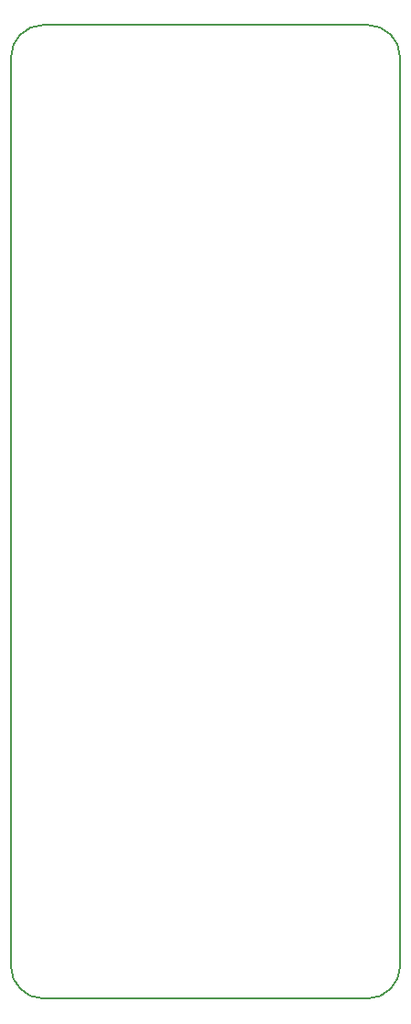
<source format=gbr>
%TF.GenerationSoftware,KiCad,Pcbnew,8.0.1*%
%TF.CreationDate,2024-06-19T16:46:37+02:00*%
%TF.ProjectId,MotorShield,4d6f746f-7253-4686-9965-6c642e6b6963,V_1*%
%TF.SameCoordinates,Original*%
%TF.FileFunction,Profile,NP*%
%FSLAX46Y46*%
G04 Gerber Fmt 4.6, Leading zero omitted, Abs format (unit mm)*
G04 Created by KiCad (PCBNEW 8.0.1) date 2024-06-19 16:46:37*
%MOMM*%
%LPD*%
G01*
G04 APERTURE LIST*
%TA.AperFunction,Profile*%
%ADD10C,0.200000*%
%TD*%
G04 APERTURE END LIST*
D10*
X109600000Y-55300000D02*
X109600000Y-139300000D01*
X109600000Y-55300000D02*
G75*
G02*
X112600000Y-52300000I3000000J0D01*
G01*
X145600000Y-139299999D02*
G75*
G02*
X142599999Y-142300000I-3000000J-1D01*
G01*
X112600000Y-142300000D02*
G75*
G02*
X109600000Y-139300000I0J3000000D01*
G01*
X142599999Y-52300000D02*
G75*
G02*
X145600000Y-55300001I1J-3000000D01*
G01*
X112600000Y-142300000D02*
X142599999Y-142300000D01*
X145600000Y-139299999D02*
X145600000Y-55300001D01*
X142599999Y-52300000D02*
X112600000Y-52300000D01*
M02*

</source>
